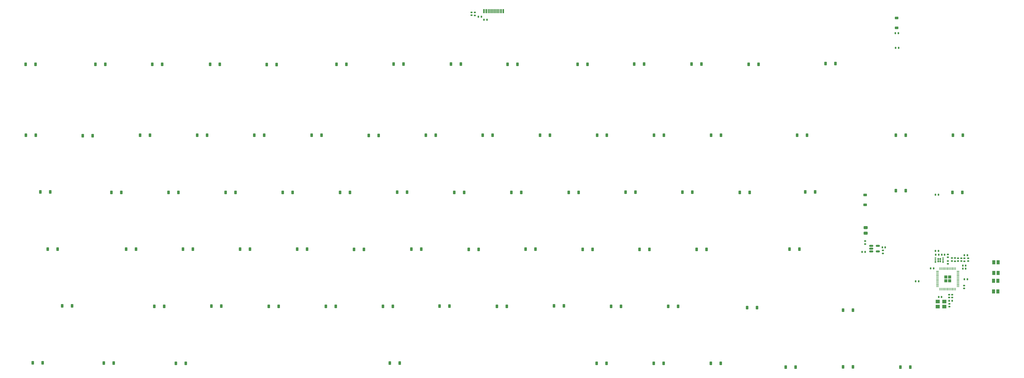
<source format=gbr>
%TF.GenerationSoftware,KiCad,Pcbnew,7.0.9*%
%TF.CreationDate,2024-07-27T11:54:38-04:00*%
%TF.ProjectId,panel,70616e65-6c2e-46b6-9963-61645f706362,0.1*%
%TF.SameCoordinates,Original*%
%TF.FileFunction,Paste,Top*%
%TF.FilePolarity,Positive*%
%FSLAX46Y46*%
G04 Gerber Fmt 4.6, Leading zero omitted, Abs format (unit mm)*
G04 Created by KiCad (PCBNEW 7.0.9) date 2024-07-27 11:54:38*
%MOMM*%
%LPD*%
G01*
G04 APERTURE LIST*
G04 Aperture macros list*
%AMRoundRect*
0 Rectangle with rounded corners*
0 $1 Rounding radius*
0 $2 $3 $4 $5 $6 $7 $8 $9 X,Y pos of 4 corners*
0 Add a 4 corners polygon primitive as box body*
4,1,4,$2,$3,$4,$5,$6,$7,$8,$9,$2,$3,0*
0 Add four circle primitives for the rounded corners*
1,1,$1+$1,$2,$3*
1,1,$1+$1,$4,$5*
1,1,$1+$1,$6,$7*
1,1,$1+$1,$8,$9*
0 Add four rect primitives between the rounded corners*
20,1,$1+$1,$2,$3,$4,$5,0*
20,1,$1+$1,$4,$5,$6,$7,0*
20,1,$1+$1,$6,$7,$8,$9,0*
20,1,$1+$1,$8,$9,$2,$3,0*%
G04 Aperture macros list end*
%ADD10R,0.600000X1.450000*%
%ADD11R,0.300000X1.450000*%
%ADD12RoundRect,0.135000X0.135000X0.185000X-0.135000X0.185000X-0.135000X-0.185000X0.135000X-0.185000X0*%
%ADD13RoundRect,0.225000X-0.225000X-0.375000X0.225000X-0.375000X0.225000X0.375000X-0.225000X0.375000X0*%
%ADD14RoundRect,0.140000X0.170000X-0.140000X0.170000X0.140000X-0.170000X0.140000X-0.170000X-0.140000X0*%
%ADD15RoundRect,0.140000X-0.170000X0.140000X-0.170000X-0.140000X0.170000X-0.140000X0.170000X0.140000X0*%
%ADD16RoundRect,0.135000X0.185000X-0.135000X0.185000X0.135000X-0.185000X0.135000X-0.185000X-0.135000X0*%
%ADD17RoundRect,0.140000X0.140000X0.170000X-0.140000X0.170000X-0.140000X-0.170000X0.140000X-0.170000X0*%
%ADD18RoundRect,0.243750X-0.456250X0.243750X-0.456250X-0.243750X0.456250X-0.243750X0.456250X0.243750X0*%
%ADD19RoundRect,0.135000X-0.135000X-0.185000X0.135000X-0.185000X0.135000X0.185000X-0.135000X0.185000X0*%
%ADD20RoundRect,0.225000X0.375000X-0.225000X0.375000X0.225000X-0.375000X0.225000X-0.375000X-0.225000X0*%
%ADD21R,1.400000X1.200000*%
%ADD22RoundRect,0.140000X-0.140000X-0.170000X0.140000X-0.170000X0.140000X0.170000X-0.140000X0.170000X0*%
%ADD23R,1.050000X1.400000*%
%ADD24RoundRect,0.140000X-0.140000X-0.180000X0.140000X-0.180000X0.140000X0.180000X-0.140000X0.180000X0*%
%ADD25RoundRect,0.087500X-0.175000X-0.087500X0.175000X-0.087500X0.175000X0.087500X-0.175000X0.087500X0*%
%ADD26RoundRect,0.150000X-0.512500X-0.150000X0.512500X-0.150000X0.512500X0.150000X-0.512500X0.150000X0*%
%ADD27RoundRect,0.250000X-0.292217X-0.292217X0.292217X-0.292217X0.292217X0.292217X-0.292217X0.292217X0*%
%ADD28RoundRect,0.050000X-0.387500X-0.050000X0.387500X-0.050000X0.387500X0.050000X-0.387500X0.050000X0*%
%ADD29RoundRect,0.050000X-0.050000X-0.387500X0.050000X-0.387500X0.050000X0.387500X-0.050000X0.387500X0*%
G04 APERTURE END LIST*
D10*
%TO.C,USB1*%
X213213000Y-31181000D03*
X212438000Y-31181000D03*
D11*
X211738000Y-31181000D03*
X211238000Y-31181000D03*
X210738000Y-31181000D03*
X210238000Y-31181000D03*
X209738000Y-31181000D03*
X209238000Y-31181000D03*
X208738000Y-31181000D03*
X208238000Y-31181000D03*
D10*
X207538000Y-31181000D03*
X206763000Y-31181000D03*
%TD*%
D12*
%TO.C,R7*%
X368095000Y-120816000D03*
X367075000Y-120816000D03*
%TD*%
D13*
%TO.C,D44*%
X106318000Y-110772000D03*
X109618000Y-110772000D03*
%TD*%
%TO.C,D39*%
X272972000Y-91713000D03*
X276272000Y-91713000D03*
%TD*%
%TO.C,D10*%
X237972000Y-48917000D03*
X241272000Y-48917000D03*
%TD*%
%TO.C,D81*%
X344142500Y-91200000D03*
X347442500Y-91200000D03*
%TD*%
D14*
%TO.C,C15*%
X361576000Y-113486000D03*
X361576000Y-112526000D03*
%TD*%
D13*
%TO.C,D32*%
X139667000Y-91783000D03*
X142967000Y-91783000D03*
%TD*%
D15*
%TO.C,C16*%
X366986000Y-122951000D03*
X366986000Y-123911000D03*
%TD*%
D14*
%TO.C,C17*%
X365995000Y-114769000D03*
X365995000Y-113809000D03*
%TD*%
%TO.C,C9*%
X361529000Y-115699000D03*
X361529000Y-114739000D03*
%TD*%
D16*
%TO.C,R16*%
X363919000Y-114786000D03*
X363919000Y-113766000D03*
%TD*%
D13*
%TO.C,D23*%
X225439000Y-72673000D03*
X228739000Y-72673000D03*
%TD*%
%TO.C,D55*%
X308721000Y-110780000D03*
X312021000Y-110780000D03*
%TD*%
%TO.C,D59*%
X135009000Y-129858000D03*
X138309000Y-129858000D03*
%TD*%
%TO.C,D48*%
X182514000Y-110797000D03*
X185814000Y-110797000D03*
%TD*%
%TO.C,D1*%
X53893000Y-48919000D03*
X57193000Y-48919000D03*
%TD*%
%TO.C,D80*%
X344178000Y-72661000D03*
X347478000Y-72661000D03*
%TD*%
%TO.C,D20*%
X168355000Y-72742000D03*
X171655000Y-72742000D03*
%TD*%
D17*
%TO.C,C14*%
X356757000Y-117189000D03*
X355797000Y-117189000D03*
%TD*%
D13*
%TO.C,D4*%
X115370000Y-48961000D03*
X118670000Y-48961000D03*
%TD*%
%TO.C,D26*%
X282574000Y-72691000D03*
X285874000Y-72691000D03*
%TD*%
%TO.C,D61*%
X173098000Y-129858000D03*
X176398000Y-129858000D03*
%TD*%
%TO.C,D3*%
X96104000Y-48969000D03*
X99404000Y-48969000D03*
%TD*%
%TO.C,D9*%
X214639000Y-48943000D03*
X217939000Y-48943000D03*
%TD*%
%TO.C,D22*%
X206346000Y-72649000D03*
X209646000Y-72649000D03*
%TD*%
%TO.C,D8*%
X195747000Y-48906000D03*
X199047000Y-48906000D03*
%TD*%
%TO.C,D77*%
X307432500Y-150247000D03*
X310732500Y-150247000D03*
%TD*%
%TO.C,D35*%
X196853000Y-91787000D03*
X200153000Y-91787000D03*
%TD*%
%TO.C,D74*%
X244392000Y-148916000D03*
X247692000Y-148916000D03*
%TD*%
%TO.C,D72*%
X103944000Y-148938000D03*
X107244000Y-148938000D03*
%TD*%
%TO.C,D58*%
X115814000Y-129843000D03*
X119114000Y-129843000D03*
%TD*%
D12*
%TO.C,R5*%
X362977000Y-128016000D03*
X361957000Y-128016000D03*
%TD*%
D17*
%TO.C,C1*%
X360445000Y-112595000D03*
X359485000Y-112595000D03*
%TD*%
D13*
%TO.C,D2*%
X77123000Y-48926000D03*
X80423000Y-48926000D03*
%TD*%
%TO.C,D57*%
X96822000Y-129865000D03*
X100122000Y-129865000D03*
%TD*%
%TO.C,D56*%
X66075000Y-129744000D03*
X69375000Y-129744000D03*
%TD*%
%TO.C,D42*%
X61210000Y-110800000D03*
X64510000Y-110800000D03*
%TD*%
%TO.C,D70*%
X56267000Y-148797000D03*
X59567000Y-148797000D03*
%TD*%
%TO.C,D17*%
X111133000Y-72664000D03*
X114433000Y-72664000D03*
%TD*%
D16*
%TO.C,R15*%
X362859000Y-114759000D03*
X362859000Y-113739000D03*
%TD*%
D18*
%TO.C,F1*%
X334090000Y-103575000D03*
X334090000Y-105450000D03*
%TD*%
D13*
%TO.C,D68*%
X294561000Y-130312000D03*
X297861000Y-130312000D03*
%TD*%
%TO.C,D67*%
X320769500Y-48687000D03*
X324069500Y-48687000D03*
%TD*%
D19*
%TO.C,R14*%
X367054000Y-112824000D03*
X368074000Y-112824000D03*
%TD*%
D13*
%TO.C,D43*%
X87363000Y-110794000D03*
X90663000Y-110794000D03*
%TD*%
%TO.C,D14*%
X53920000Y-72679000D03*
X57220000Y-72679000D03*
%TD*%
D15*
%TO.C,C10*%
X361938000Y-125986000D03*
X361938000Y-126946000D03*
%TD*%
D14*
%TO.C,C11*%
X368332000Y-114776000D03*
X368332000Y-113816000D03*
%TD*%
D13*
%TO.C,D64*%
X230131500Y-129741000D03*
X233431500Y-129741000D03*
%TD*%
%TO.C,D29*%
X82509000Y-91806000D03*
X85809000Y-91806000D03*
%TD*%
%TO.C,D78*%
X326532500Y-150149000D03*
X329832500Y-150149000D03*
%TD*%
D12*
%TO.C,R2*%
X345078000Y-43482000D03*
X344058000Y-43482000D03*
%TD*%
D13*
%TO.C,D5*%
X134266000Y-49038000D03*
X137566000Y-49038000D03*
%TD*%
D20*
%TO.C,D79*%
X344459000Y-36788500D03*
X344459000Y-33488500D03*
%TD*%
D13*
%TO.C,D28*%
X58760000Y-91660000D03*
X62060000Y-91660000D03*
%TD*%
D12*
%TO.C,R1*%
X345041000Y-38524000D03*
X344021000Y-38524000D03*
%TD*%
D13*
%TO.C,D49*%
X201667000Y-110886000D03*
X204967000Y-110886000D03*
%TD*%
%TO.C,D38*%
X254030000Y-91688000D03*
X257330000Y-91688000D03*
%TD*%
D14*
%TO.C,C7*%
X364965000Y-114754000D03*
X364965000Y-113794000D03*
%TD*%
D13*
%TO.C,D83*%
X363031000Y-91821000D03*
X366331000Y-91821000D03*
%TD*%
%TO.C,D76*%
X282467000Y-148916000D03*
X285767000Y-148916000D03*
%TD*%
%TO.C,D65*%
X249177000Y-129897000D03*
X252477000Y-129897000D03*
%TD*%
D21*
%TO.C,Y1*%
X360388000Y-128280000D03*
X358188000Y-128280000D03*
X358188000Y-129980000D03*
X360388000Y-129980000D03*
%TD*%
D15*
%TO.C,C8*%
X362986000Y-126009000D03*
X362986000Y-126969000D03*
%TD*%
D13*
%TO.C,D52*%
X258674000Y-110818000D03*
X261974000Y-110818000D03*
%TD*%
%TO.C,D6*%
X157584000Y-48941000D03*
X160884000Y-48941000D03*
%TD*%
%TO.C,D53*%
X277759000Y-110837000D03*
X281059000Y-110837000D03*
%TD*%
D12*
%TO.C,R10*%
X205909000Y-33057000D03*
X204889000Y-33057000D03*
%TD*%
D13*
%TO.C,D19*%
X149297000Y-72691000D03*
X152597000Y-72691000D03*
%TD*%
D19*
%TO.C,R4*%
X357456000Y-112604000D03*
X358476000Y-112604000D03*
%TD*%
D13*
%TO.C,D84*%
X345718000Y-150240000D03*
X349018000Y-150240000D03*
%TD*%
%TO.C,D13*%
X295076000Y-48917000D03*
X298376000Y-48917000D03*
%TD*%
D22*
%TO.C,C6*%
X339660000Y-110143000D03*
X340620000Y-110143000D03*
%TD*%
D12*
%TO.C,R3*%
X358378000Y-111381000D03*
X357358000Y-111381000D03*
%TD*%
D13*
%TO.C,D37*%
X235087000Y-91760000D03*
X238387000Y-91760000D03*
%TD*%
D15*
%TO.C,C4*%
X202579000Y-31605000D03*
X202579000Y-32565000D03*
%TD*%
D22*
%TO.C,C13*%
X366512000Y-117280000D03*
X367472000Y-117280000D03*
%TD*%
D19*
%TO.C,R11*%
X332932000Y-111675000D03*
X333952000Y-111675000D03*
%TD*%
D23*
%TO.C,S2*%
X376789000Y-124920000D03*
X376789000Y-121320000D03*
X378239000Y-124920000D03*
X378239000Y-121320000D03*
%TD*%
D13*
%TO.C,D34*%
X177793000Y-91733000D03*
X181093000Y-91733000D03*
%TD*%
%TO.C,D66*%
X268234000Y-129921000D03*
X271534000Y-129921000D03*
%TD*%
D24*
%TO.C,U1*%
X358290000Y-114052000D03*
X358290000Y-114852000D03*
X358990000Y-114052000D03*
X358990000Y-114852000D03*
D25*
X357352500Y-113702000D03*
X357352500Y-114202000D03*
X357352500Y-114702000D03*
X357352500Y-115202000D03*
X359927500Y-115202000D03*
X359927500Y-114702000D03*
X359927500Y-114202000D03*
X359927500Y-113702000D03*
%TD*%
D13*
%TO.C,D41*%
X313925500Y-91589000D03*
X317225500Y-91589000D03*
%TD*%
%TO.C,D15*%
X72936000Y-72823000D03*
X76236000Y-72823000D03*
%TD*%
%TO.C,D60*%
X153986000Y-129858000D03*
X157286000Y-129858000D03*
%TD*%
D23*
%TO.C,S1*%
X376840000Y-118743500D03*
X376840000Y-115143500D03*
X378290000Y-118743500D03*
X378290000Y-115143500D03*
%TD*%
D20*
%TO.C,D54*%
X333930000Y-95984000D03*
X333930000Y-92684000D03*
%TD*%
D13*
%TO.C,D18*%
X130164000Y-72702000D03*
X133464000Y-72702000D03*
%TD*%
D26*
%TO.C,U2*%
X335934500Y-109648000D03*
X335934500Y-110598000D03*
X335934500Y-111548000D03*
X338209500Y-111548000D03*
X338209500Y-109648000D03*
%TD*%
D13*
%TO.C,D12*%
X276006000Y-48903000D03*
X279306000Y-48903000D03*
%TD*%
D16*
%TO.C,R13*%
X367068000Y-114818000D03*
X367068000Y-113798000D03*
%TD*%
D13*
%TO.C,D40*%
X292107000Y-91758000D03*
X295407000Y-91758000D03*
%TD*%
%TO.C,D30*%
X101509000Y-91757000D03*
X104809000Y-91757000D03*
%TD*%
%TO.C,D33*%
X158773000Y-91788000D03*
X162073000Y-91788000D03*
%TD*%
D16*
%TO.C,FB1*%
X333955000Y-109097500D03*
X333955000Y-108077500D03*
%TD*%
D13*
%TO.C,D73*%
X175379000Y-148892000D03*
X178679000Y-148892000D03*
%TD*%
%TO.C,D50*%
X220650000Y-110789000D03*
X223950000Y-110789000D03*
%TD*%
%TO.C,D63*%
X211073000Y-129882000D03*
X214373000Y-129882000D03*
%TD*%
%TO.C,D62*%
X191961000Y-129852000D03*
X195261000Y-129852000D03*
%TD*%
D22*
%TO.C,C2*%
X358451000Y-126783000D03*
X359411000Y-126783000D03*
%TD*%
D13*
%TO.C,D36*%
X215924000Y-91768000D03*
X219224000Y-91768000D03*
%TD*%
D15*
%TO.C,C5*%
X339838000Y-111211000D03*
X339838000Y-112171000D03*
%TD*%
D13*
%TO.C,D69*%
X326603500Y-131152000D03*
X329903500Y-131152000D03*
%TD*%
%TO.C,D21*%
X187385000Y-72697000D03*
X190685000Y-72697000D03*
%TD*%
%TO.C,D24*%
X244488000Y-72685000D03*
X247788000Y-72685000D03*
%TD*%
%TO.C,D27*%
X311230000Y-72676000D03*
X314530000Y-72676000D03*
%TD*%
%TO.C,D45*%
X125376000Y-110781000D03*
X128676000Y-110781000D03*
%TD*%
D22*
%TO.C,C12*%
X366513000Y-116262000D03*
X367473000Y-116262000D03*
%TD*%
D17*
%TO.C,C18*%
X351775000Y-121480000D03*
X350815000Y-121480000D03*
%TD*%
D13*
%TO.C,D71*%
X79972000Y-148893000D03*
X83272000Y-148893000D03*
%TD*%
D15*
%TO.C,C3*%
X362024000Y-129050000D03*
X362024000Y-130010000D03*
%TD*%
D13*
%TO.C,D11*%
X256892000Y-48888000D03*
X260192000Y-48888000D03*
%TD*%
%TO.C,D51*%
X239716000Y-110819000D03*
X243016000Y-110819000D03*
%TD*%
%TO.C,D25*%
X263481000Y-72646000D03*
X266781000Y-72646000D03*
%TD*%
D16*
%TO.C,R6*%
X203730000Y-32640000D03*
X203730000Y-31620000D03*
%TD*%
D27*
%TO.C,U3*%
X360824500Y-120054500D03*
X360824500Y-121329500D03*
X362099500Y-120054500D03*
X362099500Y-121329500D03*
D28*
X358024500Y-118092000D03*
X358024500Y-118492000D03*
X358024500Y-118892000D03*
X358024500Y-119292000D03*
X358024500Y-119692000D03*
X358024500Y-120092000D03*
X358024500Y-120492000D03*
X358024500Y-120892000D03*
X358024500Y-121292000D03*
X358024500Y-121692000D03*
X358024500Y-122092000D03*
X358024500Y-122492000D03*
X358024500Y-122892000D03*
X358024500Y-123292000D03*
D29*
X358862000Y-124129500D03*
X359262000Y-124129500D03*
X359662000Y-124129500D03*
X360062000Y-124129500D03*
X360462000Y-124129500D03*
X360862000Y-124129500D03*
X361262000Y-124129500D03*
X361662000Y-124129500D03*
X362062000Y-124129500D03*
X362462000Y-124129500D03*
X362862000Y-124129500D03*
X363262000Y-124129500D03*
X363662000Y-124129500D03*
X364062000Y-124129500D03*
D28*
X364899500Y-123292000D03*
X364899500Y-122892000D03*
X364899500Y-122492000D03*
X364899500Y-122092000D03*
X364899500Y-121692000D03*
X364899500Y-121292000D03*
X364899500Y-120892000D03*
X364899500Y-120492000D03*
X364899500Y-120092000D03*
X364899500Y-119692000D03*
X364899500Y-119292000D03*
X364899500Y-118892000D03*
X364899500Y-118492000D03*
X364899500Y-118092000D03*
D29*
X364062000Y-117254500D03*
X363662000Y-117254500D03*
X363262000Y-117254500D03*
X362862000Y-117254500D03*
X362462000Y-117254500D03*
X362062000Y-117254500D03*
X361662000Y-117254500D03*
X361262000Y-117254500D03*
X360862000Y-117254500D03*
X360462000Y-117254500D03*
X360062000Y-117254500D03*
X359662000Y-117254500D03*
X359262000Y-117254500D03*
X358862000Y-117254500D03*
%TD*%
D13*
%TO.C,D75*%
X263399000Y-148916000D03*
X266699000Y-148916000D03*
%TD*%
%TO.C,D82*%
X363257000Y-72662000D03*
X366557000Y-72662000D03*
%TD*%
%TO.C,D46*%
X144494000Y-110737000D03*
X147794000Y-110737000D03*
%TD*%
D12*
%TO.C,R8*%
X358419000Y-92580000D03*
X357399000Y-92580000D03*
%TD*%
D13*
%TO.C,D16*%
X92080000Y-72664000D03*
X95380000Y-72664000D03*
%TD*%
%TO.C,D31*%
X120562000Y-91787000D03*
X123862000Y-91787000D03*
%TD*%
%TO.C,D47*%
X163427000Y-110812000D03*
X166727000Y-110812000D03*
%TD*%
%TO.C,D7*%
X176655000Y-48889000D03*
X179955000Y-48889000D03*
%TD*%
D19*
%TO.C,R9*%
X206803000Y-34044000D03*
X207823000Y-34044000D03*
%TD*%
M02*

</source>
